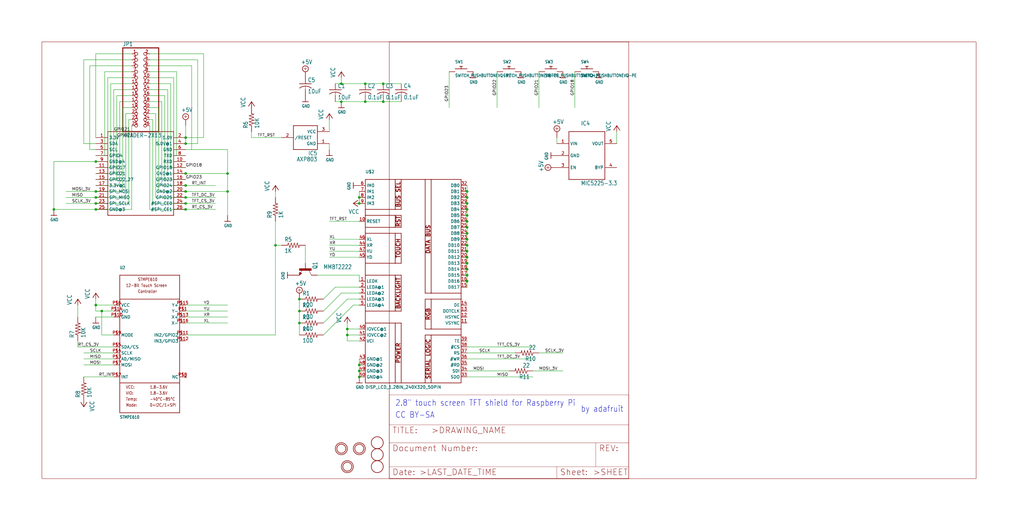
<source format=kicad_sch>
(kicad_sch (version 20211123) (generator eeschema)
  (paper "User" 434.34 224.663)
  (lib_symbols
    (symbol "schematicEagle-eagle-import:+5V" (power)
      (property "Value" "+5V" (at -1.905 3.175 0))
      (symbol "+5V_1_0"
        (pin power_in line (at 0 -2.54 90) (length 2.54) (name "+5V") (number "1"))
      )
    )
    (symbol "schematicEagle-eagle-import:-NPN-SOT23-BEC"
      (property "Reference" "T" (at -10.16 7.62 0))
      (property "Value" "-NPN-SOT23-BEC" (at -10.16 5.08 0))
      (symbol "-NPN-SOT23-BEC_1_0"
        (pin passive line (at -2.54 0 0) (length 2.54) (name "B") (number "B"))
        (pin passive line (at 2.54 5.08 270) (length 2.54) (name "C") (number "C"))
        (pin passive line (at 2.54 -5.08 90) (length 2.54) (name "E") (number "E"))
      )
    )
    (symbol "schematicEagle-eagle-import:AXP083-SAG"
      (property "Reference" "IC" (at -5.08 -7.62 0))
      (property "Value" "AXP083-SAG" (at -5.08 -10.16 0))
      (symbol "AXP083-SAG_1_0"
        (pin power_in line (at -10.16 -2.54 0) (length 5.08) (name "GND") (number "1"))
        (pin output line (at 10.16 0 180) (length 5.08) (name "/RESET") (number "2"))
        (pin power_in line (at -10.16 2.54 0) (length 5.08) (name "VCC") (number "3"))
      )
    )
    (symbol "schematicEagle-eagle-import:C-USC0805K"
      (property "Reference" "C" (at 1.016 0.635 0))
      (property "Value" "C-USC0805K" (at 1.016 -4.191 0))
      (symbol "C-USC0805K_1_0"
        (pin passive line (at 0 2.54 270) (length 2.54) (name "1") (number "1"))
        (pin passive line (at 0 -5.08 90) (length 2.54) (name "2") (number "2"))
      )
    )
    (symbol "schematicEagle-eagle-import:DISP_LCD_1.28IN_240X320_50PIN"
      (property "Value" "DISP_LCD_1.28IN_240X320_50PIN" (at -20.32 -48.26 0))
      (symbol "DISP_LCD_1.28IN_240X320_50PIN_1_0"
        (text "BACKLIGHT" (at -6.35 -7.62 900) (effects (font (size 1.6764 1.6764) (thickness 0.3353) bold)))
        (text "BUS SEL" (at -6.35 34.29 900) (effects (font (size 1.6764 1.6764) (thickness 0.3353) bold)))
        (text "DATA BUS" (at 6.35 15.24 900) (effects (font (size 1.6764 1.6764) (thickness 0.3353) bold)))
        (text "POWER" (at -6.35 -33.02 900) (effects (font (size 1.6764 1.6764) (thickness 0.3353) bold)))
        (text "RGB" (at 6.35 -16.51 900) (effects (font (size 1.6764 1.6764) (thickness 0.3353) bold)))
        (text "RST" (at -6.35 22.86 900) (effects (font (size 1.6764 1.6764) (thickness 0.3353) bold)))
        (text "SERIAL LOGIC" (at 6.35 -35.56 900) (effects (font (size 1.6764 1.6764) (thickness 0.3353) bold)))
        (text "TOUCH" (at -6.35 11.43 900) (effects (font (size 1.6764 1.6764) (thickness 0.3353) bold)))
        (pin bidirectional line (at -22.86 -2.54 0) (length 2.54) (name "LEDK") (number "1"))
        (pin bidirectional line (at -22.86 22.86 0) (length 2.54) (name "RESET") (number "10"))
        (pin bidirectional line (at 22.86 -20.32 180) (length 2.54) (name "VSYNC") (number "11"))
        (pin bidirectional line (at 22.86 -17.78 180) (length 2.54) (name "HSYNC") (number "12"))
        (pin bidirectional line (at 22.86 -15.24 180) (length 2.54) (name "DOTCLK") (number "13"))
        (pin bidirectional line (at 22.86 -12.7 180) (length 2.54) (name "DE") (number "14"))
        (pin bidirectional line (at 22.86 -5.08 180) (length 2.54) (name "DB17") (number "15"))
        (pin bidirectional line (at 22.86 -2.54 180) (length 2.54) (name "DB16") (number "16"))
        (pin bidirectional line (at 22.86 0 180) (length 2.54) (name "DB15") (number "17"))
        (pin bidirectional line (at 22.86 2.54 180) (length 2.54) (name "DB14") (number "18"))
        (pin bidirectional line (at 22.86 5.08 180) (length 2.54) (name "DB13") (number "19"))
        (pin bidirectional line (at -22.86 -5.08 0) (length 2.54) (name "LEDA@1") (number "2"))
        (pin bidirectional line (at 22.86 7.62 180) (length 2.54) (name "DB12") (number "20"))
        (pin bidirectional line (at 22.86 10.16 180) (length 2.54) (name "DB11") (number "21"))
        (pin bidirectional line (at 22.86 12.7 180) (length 2.54) (name "DB10") (number "22"))
        (pin bidirectional line (at 22.86 15.24 180) (length 2.54) (name "DB9") (number "23"))
        (pin bidirectional line (at 22.86 17.78 180) (length 2.54) (name "DB8") (number "24"))
        (pin bidirectional line (at 22.86 20.32 180) (length 2.54) (name "DB7") (number "25"))
        (pin bidirectional line (at 22.86 22.86 180) (length 2.54) (name "DB6") (number "26"))
        (pin bidirectional line (at 22.86 25.4 180) (length 2.54) (name "DB5") (number "27"))
        (pin bidirectional line (at 22.86 27.94 180) (length 2.54) (name "DB4") (number "28"))
        (pin bidirectional line (at 22.86 30.48 180) (length 2.54) (name "DB3") (number "29"))
        (pin bidirectional line (at -22.86 -7.62 0) (length 2.54) (name "LEDA@2") (number "3"))
        (pin bidirectional line (at 22.86 33.02 180) (length 2.54) (name "DB2") (number "30"))
        (pin bidirectional line (at 22.86 35.56 180) (length 2.54) (name "DB1") (number "31"))
        (pin bidirectional line (at 22.86 38.1 180) (length 2.54) (name "DB0") (number "32"))
        (pin bidirectional line (at 22.86 -43.18 180) (length 2.54) (name "SDO") (number "33"))
        (pin bidirectional line (at 22.86 -40.64 180) (length 2.54) (name "SDI") (number "34"))
        (pin bidirectional line (at 22.86 -38.1 180) (length 2.54) (name "#RD") (number "35"))
        (pin bidirectional line (at 22.86 -35.56 180) (length 2.54) (name "#WR") (number "36"))
        (pin bidirectional line (at 22.86 -33.02 180) (length 2.54) (name "RS") (number "37"))
        (pin bidirectional line (at 22.86 -30.48 180) (length 2.54) (name "#CS") (number "38"))
        (pin bidirectional line (at 22.86 -27.94 180) (length 2.54) (name "TE") (number "39"))
        (pin bidirectional line (at -22.86 -10.16 0) (length 2.54) (name "LEDA@3") (number "4"))
        (pin bidirectional line (at -22.86 -22.86 0) (length 2.54) (name "IOVCC@1") (number "40"))
        (pin bidirectional line (at -22.86 -25.4 0) (length 2.54) (name "IOVCC@2") (number "41"))
        (pin bidirectional line (at -22.86 -27.94 0) (length 2.54) (name "VCI") (number "42"))
        (pin bidirectional line (at -22.86 -35.56 0) (length 2.54) (name "GND@1") (number "43"))
        (pin bidirectional line (at -22.86 12.7 0) (length 2.54) (name "XR") (number "44"))
        (pin bidirectional line (at -22.86 7.62 0) (length 2.54) (name "YD") (number "45"))
        (pin bidirectional line (at -22.86 15.24 0) (length 2.54) (name "XL") (number "46"))
        (pin bidirectional line (at -22.86 10.16 0) (length 2.54) (name "YU") (number "47"))
        (pin bidirectional line (at -22.86 -38.1 0) (length 2.54) (name "GND@2") (number "48"))
        (pin bidirectional line (at -22.86 -40.64 0) (length 2.54) (name "GND@3") (number "49"))
        (pin bidirectional line (at -22.86 -12.7 0) (length 2.54) (name "LEDA@4") (number "5"))
        (pin bidirectional line (at -22.86 -43.18 0) (length 2.54) (name "GND@4") (number "50"))
        (pin bidirectional line (at -22.86 38.1 0) (length 2.54) (name "IM0") (number "6"))
        (pin bidirectional line (at -22.86 35.56 0) (length 2.54) (name "IM1") (number "7"))
        (pin bidirectional line (at -22.86 33.02 0) (length 2.54) (name "IM2") (number "8"))
        (pin bidirectional line (at -22.86 30.48 0) (length 2.54) (name "IM3") (number "9"))
      )
    )
    (symbol "schematicEagle-eagle-import:FIDUCIAL")
    (symbol "schematicEagle-eagle-import:GND" (power)
      (property "Value" "GND" (at -1.524 -2.54 0))
      (symbol "GND_1_0"
        (pin power_in line (at 0 2.54 270) (length 2.54) (name "GND") (number "1"))
      )
    )
    (symbol "schematicEagle-eagle-import:HEADER-2X13"
      (property "Reference" "JP" (at -8.89 18.415 0))
      (property "Value" "HEADER-2X13" (at -8.89 -20.32 0))
      (symbol "HEADER-2X13_1_0"
        (pin passive inverted (at -5.08 15.24 0) (length 2.54) (name "1") (number "1"))
        (pin passive inverted (at 2.54 5.08 180) (length 2.54) (name "10") (number "10"))
        (pin passive inverted (at -5.08 2.54 0) (length 2.54) (name "11") (number "11"))
        (pin passive inverted (at 2.54 2.54 180) (length 2.54) (name "12") (number "12"))
        (pin passive inverted (at -5.08 0 0) (length 2.54) (name "13") (number "13"))
        (pin passive inverted (at 2.54 0 180) (length 2.54) (name "14") (number "14"))
        (pin passive inverted (at -5.08 -2.54 0) (length 2.54) (name "15") (number "15"))
        (pin passive inverted (at 2.54 -2.54 180) (length 2.54) (name "16") (number "16"))
        (pin passive inverted (at -5.08 -5.08 0) (length 2.54) (name "17") (number "17"))
        (pin passive inverted (at 2.54 -5.08 180) (length 2.54) (name "18") (number "18"))
        (pin passive inverted (at -5.08 -7.62 0) (length 2.54) (name "19") (number "19"))
        (pin passive inverted (at 2.54 15.24 180) (length 2.54) (name "2") (number "2"))
        (pin passive inverted (at 2.54 -7.62 180) (length 2.54) (name "20") (number "20"))
        (pin passive inverted (at -5.08 -10.16 0) (length 2.54) (name "21") (number "21"))
        (pin passive inverted (at 2.54 -10.16 180) (length 2.54) (name "22") (number "22"))
        (pin passive inverted (at -5.08 -12.7 0) (length 2.54) (name "23") (number "23"))
        (pin passive inverted (at 2.54 -12.7 180) (length 2.54) (name "24") (number "24"))
        (pin passive inverted (at -5.08 -15.24 0) (length 2.54) (name "25") (number "25"))
        (pin passive inverted (at 2.54 -15.24 180) (length 2.54) (name "26") (number "26"))
        (pin passive inverted (at -5.08 12.7 0) (length 2.54) (name "3") (number "3"))
        (pin passive inverted (at 2.54 12.7 180) (length 2.54) (name "4") (number "4"))
        (pin passive inverted (at -5.08 10.16 0) (length 2.54) (name "5") (number "5"))
        (pin passive inverted (at 2.54 10.16 180) (length 2.54) (name "6") (number "6"))
        (pin passive inverted (at -5.08 7.62 0) (length 2.54) (name "7") (number "7"))
        (pin passive inverted (at 2.54 7.62 180) (length 2.54) (name "8") (number "8"))
        (pin passive inverted (at -5.08 5.08 0) (length 2.54) (name "9") (number "9"))
      )
    )
    (symbol "schematicEagle-eagle-import:LETTER_L"
      (symbol "LETTER_L_2_0"
        (text ">DRAWING_NAME" (at 17.78 19.05 0) (effects (font (size 2.54 2.54)) (justify left bottom)))
        (text ">LAST_DATE_TIME" (at 12.7 1.27 0) (effects (font (size 2.54 2.54)) (justify left bottom)))
        (text ">SHEET" (at 86.36 1.27 0) (effects (font (size 2.54 2.54)) (justify left bottom)))
        (text "Date:" (at 1.27 1.27 0) (effects (font (size 2.54 2.54)) (justify left bottom)))
        (text "Document Number:" (at 1.27 11.43 0) (effects (font (size 2.54 2.54)) (justify left bottom)))
        (text "REV:" (at 88.9 11.43 0) (effects (font (size 2.54 2.54)) (justify left bottom)))
        (text "Sheet:" (at 72.39 1.27 0) (effects (font (size 2.54 2.54)) (justify left bottom)))
        (text "TITLE:" (at 1.27 19.05 0) (effects (font (size 2.54 2.54)) (justify left bottom)))
      )
    )
    (symbol "schematicEagle-eagle-import:LP298XS"
      (property "Reference" "IC" (at -12.7 -5.08 90))
      (property "Value" "LP298XS" (at 12.7 -5.08 90))
      (symbol "LP298XS_1_0"
        (pin bidirectional line (at -5.08 -15.24 90) (length 5.08) (name "VIN") (number "1"))
        (pin bidirectional line (at 0 -15.24 90) (length 5.08) (name "GND") (number "2"))
        (pin bidirectional line (at 5.08 -15.24 90) (length 5.08) (name "EN") (number "3"))
        (pin bidirectional line (at 5.08 10.16 270) (length 5.08) (name "BYP") (number "4"))
        (pin bidirectional line (at -5.08 10.16 270) (length 5.08) (name "VOUT") (number "5"))
      )
    )
    (symbol "schematicEagle-eagle-import:MOUNTINGHOLE2.5_THICK")
    (symbol "schematicEagle-eagle-import:R-US_R0805"
      (property "Reference" "R" (at -3.81 1.4986 0))
      (property "Value" "R-US_R0805" (at -3.81 -3.302 0))
      (symbol "R-US_R0805_1_0"
        (pin passive line (at -5.08 0 0) (length 2.54) (name "1") (number "1"))
        (pin passive line (at 5.08 0 180) (length 2.54) (name "2") (number "2"))
      )
    )
    (symbol "schematicEagle-eagle-import:RASPBERRYPI_B_MODELB_V2"
      (symbol "RASPBERRYPI_B_MODELB_V2_1_0"
        (pin power_in line (at -17.78 15.24 0) (length 5.08) (name "3.3V") (number "1"))
        (pin input line (at 20.32 5.08 180) (length 5.08) (name "RXD") (number "10"))
        (pin bidirectional line (at -17.78 2.54 0) (length 5.08) (name "GPIO17") (number "11"))
        (pin bidirectional line (at 20.32 2.54 180) (length 5.08) (name "GPIO18") (number "12"))
        (pin bidirectional line (at -17.78 0 0) (length 5.08) (name "GPIO21") (number "13"))
        (pin power_in line (at 20.32 0 180) (length 5.08) (name "GND@1") (number "14"))
        (pin bidirectional line (at -17.78 -2.54 0) (length 5.08) (name "GPIO22_27") (number "15"))
        (pin bidirectional line (at 20.32 -2.54 180) (length 5.08) (name "GPIO23") (number "16"))
        (pin power_in line (at -17.78 -5.08 0) (length 5.08) (name "3.3V@1") (number "17"))
        (pin bidirectional line (at 20.32 -5.08 180) (length 5.08) (name "GPIO24") (number "18"))
        (pin bidirectional line (at -17.78 -7.62 0) (length 5.08) (name "SPI_MOSI") (number "19"))
        (pin power_in line (at 20.32 15.24 180) (length 5.08) (name "5.0V") (number "2"))
        (pin power_in line (at 20.32 -7.62 180) (length 5.08) (name "GND@2") (number "20"))
        (pin input line (at -17.78 -10.16 0) (length 5.08) (name "SPI_MISO") (number "21"))
        (pin bidirectional line (at 20.32 -10.16 180) (length 5.08) (name "GPIO25") (number "22"))
        (pin bidirectional line (at -17.78 -12.7 0) (length 5.08) (name "SPI_SCLK") (number "23"))
        (pin bidirectional line (at 20.32 -12.7 180) (length 5.08) (name "#SPI_CE0") (number "24"))
        (pin power_in line (at -17.78 -15.24 0) (length 5.08) (name "GND@3") (number "25"))
        (pin bidirectional line (at 20.32 -15.24 180) (length 5.08) (name "#SPI_CE1") (number "26"))
        (pin bidirectional line (at -17.78 12.7 0) (length 5.08) (name "SDA") (number "3"))
        (pin power_in line (at 20.32 12.7 180) (length 5.08) (name "5.0V@1") (number "4"))
        (pin bidirectional line (at -17.78 10.16 0) (length 5.08) (name "SCL") (number "5"))
        (pin power_in line (at 20.32 10.16 180) (length 5.08) (name "GND") (number "6"))
        (pin bidirectional line (at -17.78 7.62 0) (length 5.08) (name "GPIO4") (number "7"))
        (pin output line (at 20.32 7.62 180) (length 5.08) (name "TXD") (number "8"))
        (pin power_in line (at -17.78 5.08 0) (length 5.08) (name "GND@4") (number "9"))
      )
    )
    (symbol "schematicEagle-eagle-import:STMPE610"
      (property "Reference" "U" (at -12.7 33.02 0))
      (property "Value" "STMPE610" (at -12.7 -30.48 0))
      (symbol "STMPE610_1_0"
        (text "-40°C-85°C" (at 0 -22.86 0) (effects (font (size 1.27 1.0795)) (justify left bottom)))
        (text "0=I2C/1=SPI" (at 0 -25.4 0) (effects (font (size 1.27 1.0795)) (justify left bottom)))
        (text "1.8-3.6V" (at 0 -20.32 0) (effects (font (size 1.27 1.0795)) (justify left bottom)))
        (text "1.8-3.6V" (at 0 -17.78 0) (effects (font (size 1.27 1.0795)) (justify left bottom)))
        (text "12-Bit Touch Screen" (at -10.16 25.4 0) (effects (font (size 1.27 1.0795)) (justify left bottom)))
        (text "Controller" (at -5.08 22.86 0) (effects (font (size 1.27 1.0795)) (justify left bottom)))
        (text "Mode:" (at -10.16 -25.4 0) (effects (font (size 1.27 1.0795)) (justify left bottom)))
        (text "STMPE610" (at -5.08 27.94 0) (effects (font (size 1.27 1.0795)) (justify left bottom)))
        (text "Temp:" (at -10.16 -22.86 0) (effects (font (size 1.27 1.0795)) (justify left bottom)))
        (text "VCC:" (at -10.16 -17.78 0) (effects (font (size 1.27 1.0795)) (justify left bottom)))
        (text "VIO:" (at -10.16 -20.32 0) (effects (font (size 1.27 1.0795)) (justify left bottom)))
        (pin input line (at 15.24 15.24 180) (length 2.54) (name "Y-") (number "P$1"))
        (pin power_in line (at -15.24 12.7 0) (length 2.54) (name "GND") (number "P$10"))
        (pin bidirectional line (at 15.24 5.08 180) (length 2.54) (name "IN2/GPIO2") (number "P$11"))
        (pin bidirectional line (at 15.24 2.54 180) (length 2.54) (name "IN3/GPIO3") (number "P$12"))
        (pin input line (at 15.24 12.7 180) (length 2.54) (name "X+") (number "P$13"))
        (pin power_in line (at -15.24 15.24 0) (length 2.54) (name "VIO") (number "P$14"))
        (pin input line (at 15.24 17.78 180) (length 2.54) (name "Y+") (number "P$15"))
        (pin input line (at 15.24 10.16 180) (length 2.54) (name "X-") (number "P$16"))
        (pin output line (at -15.24 -12.7 0) (length 2.54) (name "INT") (number "P$2"))
        (pin bidirectional line (at -15.24 -5.08 0) (length 2.54) (name "A0/MISO") (number "P$3"))
        (pin bidirectional line (at -15.24 -2.54 0) (length 2.54) (name "SCLK") (number "P$4"))
        (pin bidirectional line (at -15.24 0 0) (length 2.54) (name "SDA/CS") (number "P$5"))
        (pin power_in line (at -15.24 17.78 0) (length 2.54) (name "VCC") (number "P$6"))
        (pin input line (at -15.24 -7.62 0) (length 2.54) (name "MOSI") (number "P$7"))
        (pin no_connect line (at 15.24 -12.7 180) (length 2.54) (name "NC") (number "P$8"))
        (pin input line (at -15.24 5.08 0) (length 2.54) (name "MODE") (number "P$9"))
      )
    )
    (symbol "schematicEagle-eagle-import:SWITCH_PUSHBUTTONEVQ-PE"
      (property "Reference" "SW" (at -2.54 3.556 0))
      (property "Value" "SWITCH_PUSHBUTTONEVQ-PE" (at -2.54 -2.286 0))
      (symbol "SWITCH_PUSHBUTTONEVQ-PE_1_0"
        (pin passive line (at -5.08 0 0) (length 2.54) (name "P$1") (number "P$1"))
        (pin passive line (at 5.08 0 180) (length 2.54) (name "P$2") (number "P$2"))
      )
    )
    (symbol "schematicEagle-eagle-import:VCC" (power)
      (property "Value" "VCC" (at -2.54 -2.54 90))
      (symbol "VCC_1_0"
        (pin power_in line (at 0 -2.54 90) (length 2.54) (name "VCC") (number "1"))
      )
    )
  )
  (junction (at 147.32 142.24))
  (junction (at 198.12 83.82))
  (junction (at 40.64 83.82))
  (junction (at 127 127))
  (junction (at 40.64 86.36))
  (junction (at 198.12 101.6))
  (junction (at 198.12 104.14))
  (junction (at 96.52 73.66))
  (junction (at 152.4 154.94))
  (junction (at 154.94 35.56))
  (junction (at 78.74 58.42))
  (junction (at 152.4 157.48))
  (junction (at 198.12 88.9))
  (junction (at 198.12 116.84))
  (junction (at 152.4 83.82))
  (junction (at 40.64 81.28))
  (junction (at 162.56 35.56))
  (junction (at 127 137.16))
  (junction (at 154.94 43.18))
  (junction (at 78.74 83.82))
  (junction (at 78.74 86.36))
  (junction (at 198.12 91.44))
  (junction (at 152.4 160.02))
  (junction (at 144.78 35.56))
  (junction (at 144.78 43.18))
  (junction (at 198.12 111.76))
  (junction (at 43.18 132.08))
  (junction (at 116.84 104.14))
  (junction (at 40.64 129.54))
  (junction (at 162.56 43.18))
  (junction (at 198.12 99.06))
  (junction (at 198.12 96.52))
  (junction (at 127 132.08))
  (junction (at 40.64 88.9))
  (junction (at 96.52 81.28))
  (junction (at 22.86 88.9))
  (junction (at 198.12 119.38))
  (junction (at 152.4 86.36))
  (junction (at 198.12 81.28))
  (junction (at 78.74 73.66))
  (junction (at 147.32 139.7))
  (junction (at 78.74 60.96))
  (junction (at 40.64 68.58))
  (junction (at 78.74 78.74))
  (junction (at 78.74 81.28))
  (junction (at 198.12 86.36))
  (junction (at 198.12 114.3))
  (junction (at 198.12 106.68))
  (junction (at 78.74 88.9))
  (junction (at 198.12 109.22))
  (junction (at 198.12 93.98))
  (wire (pts (xy 119.38 58.42) (xy 106.68 58.42)))
  (wire (pts (xy 46.99 71.12) (xy 46.99 35.56)))
  (wire (pts (xy 40.64 86.36) (xy 54.61 86.36)))
  (wire (pts (xy 40.64 81.28) (xy 52.07 81.28)))
  (wire (pts (xy 40.64 83.82) (xy 53.34 83.82)))
  (wire (pts (xy 162.56 43.18) (xy 154.94 43.18)))
  (wire (pts (xy 149.86 129.54) (xy 152.4 129.54)))
  (wire (pts (xy 152.4 101.6) (xy 139.7 101.6)))
  (wire (pts (xy 147.32 142.24) (xy 147.32 139.7)))
  (wire (pts (xy 69.85 76.2) (xy 69.85 40.64)))
  (wire (pts (xy 198.12 114.3) (xy 198.12 116.84)))
  (wire (pts (xy 83.82 60.96) (xy 83.82 25.4)))
  (wire (pts (xy 81.28 27.94) (xy 81.28 63.5)))
  (wire (pts (xy 198.12 96.52) (xy 198.12 99.06)))
  (wire (pts (xy 43.18 142.24) (xy 43.18 132.08)))
  (wire (pts (xy 52.07 81.28) (xy 52.07 45.72)))
  (wire (pts (xy 40.64 58.42) (xy 40.64 22.86)))
  (wire (pts (xy 35.56 25.4) (xy 55.88 25.4)))
  (wire (pts (xy 127 137.16) (xy 127 142.24)))
  (wire (pts (xy 170.18 43.18) (xy 162.56 43.18)))
  (wire (pts (xy 147.32 144.78) (xy 152.4 144.78)))
  (wire (pts (xy 198.12 147.32) (xy 226.06 147.32)))
  (wire (pts (xy 40.64 86.36) (xy 27.94 86.36)))
  (wire (pts (xy 66.04 48.26) (xy 66.04 83.82)))
  (wire (pts (xy 78.74 58.42) (xy 78.74 60.96)))
  (wire (pts (xy 154.94 35.56) (xy 162.56 35.56)))
  (wire (pts (xy 63.5 22.86) (xy 86.36 22.86)))
  (wire (pts (xy 139.7 60.96) (xy 139.7 63.5)))
  (wire (pts (xy 198.12 157.48) (xy 215.9 157.48)))
  (wire (pts (xy 228.6 149.86) (xy 238.76 149.86)))
  (wire (pts (xy 154.94 35.56) (xy 144.78 35.56)))
  (wire (pts (xy 96.52 73.66) (xy 96.52 81.28)))
  (wire (pts (xy 78.74 132.08) (xy 96.52 132.08)))
  (wire (pts (xy 78.74 88.9) (xy 91.44 88.9)))
  (wire (pts (xy 40.64 76.2) (xy 49.53 76.2)))
  (wire (pts (xy 40.64 127) (xy 40.64 129.54)))
  (wire (pts (xy 198.12 160.02) (xy 226.06 160.02)))
  (wire (pts (xy 35.56 149.86) (xy 48.26 149.86)))
  (wire (pts (xy 198.12 101.6) (xy 198.12 104.14)))
  (wire (pts (xy 54.61 86.36) (xy 54.61 50.8)))
  (wire (pts (xy 190.5 30.48) (xy 190.5 45.72)))
  (wire (pts (xy 35.56 152.4) (xy 48.26 152.4)))
  (wire (pts (xy 40.64 78.74) (xy 50.8 78.74)))
  (wire (pts (xy 40.64 68.58) (xy 45.72 68.58)))
  (wire (pts (xy 147.32 144.78) (xy 147.32 142.24)))
  (wire (pts (xy 78.74 142.24) (xy 116.84 142.24)))
  (wire (pts (xy 152.4 152.4) (xy 152.4 154.94)))
  (wire (pts (xy 48.26 142.24) (xy 43.18 142.24)))
  (wire (pts (xy 63.5 27.94) (xy 81.28 27.94)))
  (wire (pts (xy 74.93 66.04) (xy 74.93 30.48)))
  (wire (pts (xy 50.8 43.18) (xy 55.88 43.18)))
  (wire (pts (xy 78.74 66.04) (xy 74.93 66.04)))
  (wire (pts (xy 144.78 35.56) (xy 142.24 35.56)))
  (wire (pts (xy 40.64 129.54) (xy 40.64 132.08)))
  (wire (pts (xy 40.64 60.96) (xy 35.56 60.96)))
  (wire (pts (xy 64.77 50.8) (xy 63.5 50.8)))
  (wire (pts (xy 40.64 81.28) (xy 27.94 81.28)))
  (wire (pts (xy 116.84 93.98) (xy 116.84 104.14)))
  (wire (pts (xy 152.4 104.14) (xy 139.7 104.14)))
  (wire (pts (xy 134.62 116.84) (xy 152.4 116.84)))
  (wire (pts (xy 71.12 73.66) (xy 78.74 73.66)))
  (wire (pts (xy 198.12 91.44) (xy 198.12 93.98)))
  (wire (pts (xy 78.74 129.54) (xy 96.52 129.54)))
  (wire (pts (xy 78.74 83.82) (xy 91.44 83.82)))
  (wire (pts (xy 198.12 83.82) (xy 198.12 86.36)))
  (wire (pts (xy 198.12 109.22) (xy 198.12 111.76)))
  (wire (pts (xy 116.84 142.24) (xy 116.84 104.14)))
  (wire (pts (xy 54.61 50.8) (xy 55.88 50.8)))
  (wire (pts (xy 236.22 58.42) (xy 236.22 60.96)))
  (wire (pts (xy 44.45 30.48) (xy 55.88 30.48)))
  (wire (pts (xy 198.12 88.9) (xy 198.12 91.44)))
  (wire (pts (xy 48.26 160.02) (xy 35.56 160.02)))
  (wire (pts (xy 53.34 83.82) (xy 53.34 48.26)))
  (wire (pts (xy 198.12 149.86) (xy 218.44 149.86)))
  (wire (pts (xy 198.12 152.4) (xy 226.06 152.4)))
  (wire (pts (xy 33.02 147.32) (xy 33.02 144.78)))
  (wire (pts (xy 45.72 68.58) (xy 45.72 33.02)))
  (wire (pts (xy 116.84 81.28) (xy 116.84 83.82)))
  (wire (pts (xy 35.56 60.96) (xy 35.56 25.4)))
  (wire (pts (xy 226.06 157.48) (xy 238.76 157.48)))
  (wire (pts (xy 40.64 66.04) (xy 44.45 66.04)))
  (wire (pts (xy 139.7 106.68) (xy 152.4 106.68)))
  (wire (pts (xy 40.64 88.9) (xy 55.88 88.9)))
  (wire (pts (xy 78.74 76.2) (xy 69.85 76.2)))
  (wire (pts (xy 198.12 116.84) (xy 198.12 119.38)))
  (wire (pts (xy 96.52 81.28) (xy 96.52 91.44)))
  (wire (pts (xy 152.4 142.24) (xy 147.32 142.24)))
  (wire (pts (xy 198.12 81.28) (xy 198.12 83.82)))
  (wire (pts (xy 64.77 86.36) (xy 64.77 50.8)))
  (wire (pts (xy 152.4 83.82) (xy 152.4 86.36)))
  (wire (pts (xy 86.36 22.86) (xy 86.36 58.42)))
  (wire (pts (xy 210.82 30.48) (xy 210.82 45.72)))
  (wire (pts (xy 46.99 35.56) (xy 55.88 35.56)))
  (wire (pts (xy 53.34 48.26) (xy 55.88 48.26)))
  (wire (pts (xy 33.02 134.62) (xy 33.02 129.54)))
  (wire (pts (xy 147.32 139.7) (xy 147.32 137.16)))
  (wire (pts (xy 22.86 68.58) (xy 22.86 88.9)))
  (wire (pts (xy 48.26 154.94) (xy 35.56 154.94)))
  (wire (pts (xy 63.5 43.18) (xy 68.58 43.18)))
  (wire (pts (xy 142.24 121.92) (xy 152.4 121.92)))
  (wire (pts (xy 78.74 81.28) (xy 96.52 81.28)))
  (wire (pts (xy 78.74 137.16) (xy 96.52 137.16)))
  (wire (pts (xy 127 132.08) (xy 127 137.16)))
  (wire (pts (xy 78.74 73.66) (xy 96.52 73.66)))
  (wire (pts (xy 43.18 132.08) (xy 40.64 132.08)))
  (wire (pts (xy 243.84 30.48) (xy 243.84 45.72)))
  (wire (pts (xy 72.39 71.12) (xy 72.39 35.56)))
  (wire (pts (xy 73.66 68.58) (xy 78.74 68.58)))
  (wire (pts (xy 137.16 132.08) (xy 144.78 124.46)))
  (wire (pts (xy 55.88 88.9) (xy 55.88 53.34)))
  (wire (pts (xy 144.78 33.02) (xy 144.78 35.56)))
  (wire (pts (xy 63.5 88.9) (xy 78.74 88.9)))
  (wire (pts (xy 198.12 104.14) (xy 198.12 106.68)))
  (wire (pts (xy 86.36 58.42) (xy 78.74 58.42)))
  (wire (pts (xy 137.16 142.24) (xy 149.86 129.54)))
  (wire (pts (xy 72.39 35.56) (xy 63.5 35.56)))
  (wire (pts (xy 144.78 124.46) (xy 152.4 124.46)))
  (wire (pts (xy 139.7 55.88) (xy 139.7 50.8)))
  (wire (pts (xy 48.26 132.08) (xy 43.18 132.08)))
  (wire (pts (xy 106.68 58.42) (xy 106.68 55.88)))
  (wire (pts (xy 71.12 38.1) (xy 71.12 73.66)))
  (wire (pts (xy 68.58 78.74) (xy 78.74 78.74)))
  (wire (pts (xy 147.32 127) (xy 152.4 127)))
  (wire (pts (xy 63.5 48.26) (xy 66.04 48.26)))
  (wire (pts (xy 198.12 106.68) (xy 198.12 109.22)))
  (wire (pts (xy 73.66 33.02) (xy 73.66 68.58)))
  (wire (pts (xy 162.56 35.56) (xy 170.18 35.56)))
  (wire (pts (xy 198.12 93.98) (xy 198.12 96.52)))
  (wire (pts (xy 38.1 27.94) (xy 55.88 27.94)))
  (wire (pts (xy 40.64 71.12) (xy 46.99 71.12)))
  (wire (pts (xy 66.04 83.82) (xy 78.74 83.82)))
  (wire (pts (xy 78.74 78.74) (xy 91.44 78.74)))
  (wire (pts (xy 129.54 104.14) (xy 129.54 111.76)))
  (wire (pts (xy 38.1 63.5) (xy 38.1 27.94)))
  (wire (pts (xy 78.74 53.34) (xy 78.74 58.42)))
  (wire (pts (xy 152.4 116.84) (xy 152.4 119.38)))
  (wire (pts (xy 142.24 43.18) (xy 144.78 43.18)))
  (wire (pts (xy 144.78 43.18) (xy 154.94 43.18)))
  (wire (pts (xy 40.64 88.9) (xy 22.86 88.9)))
  (wire (pts (xy 67.31 45.72) (xy 63.5 45.72)))
  (wire (pts (xy 49.53 40.64) (xy 55.88 40.64)))
  (wire (pts (xy 49.53 76.2) (xy 49.53 40.64)))
  (wire (pts (xy 40.64 129.54) (xy 48.26 129.54)))
  (wire (pts (xy 52.07 45.72) (xy 55.88 45.72)))
  (wire (pts (xy 48.26 38.1) (xy 55.88 38.1)))
  (wire (pts (xy 228.6 30.48) (xy 228.6 45.72)))
  (wire (pts (xy 78.74 134.62) (xy 96.52 134.62)))
  (wire (pts (xy 198.12 99.06) (xy 198.12 101.6)))
  (wire (pts (xy 198.12 111.76) (xy 198.12 114.3)))
  (wire (pts (xy 152.4 157.48) (xy 152.4 160.02)))
  (wire (pts (xy 68.58 43.18) (xy 68.58 78.74)))
  (wire (pts (xy 198.12 119.38) (xy 198.12 121.92)))
  (wire (pts (xy 96.52 63.5) (xy 96.52 73.66)))
  (wire (pts (xy 48.26 73.66) (xy 48.26 38.1)))
  (wire (pts (xy 78.74 60.96) (xy 83.82 60.96)))
  (wire (pts (xy 63.5 33.02) (xy 73.66 33.02)))
  (wire (pts (xy 69.85 40.64) (xy 63.5 40.64)))
  (wire (pts (xy 40.64 73.66) (xy 48.26 73.66)))
  (wire (pts (xy 40.64 134.62) (xy 48.26 134.62)))
  (wire (pts (xy 50.8 78.74) (xy 50.8 43.18)))
  (wire (pts (xy 261.62 55.88) (xy 261.62 60.96)))
  (wire (pts (xy 198.12 86.36) (xy 198.12 88.9)))
  (wire (pts (xy 40.64 83.82) (xy 27.94 83.82)))
  (wire (pts (xy 152.4 109.22) (xy 139.7 109.22)))
  (wire (pts (xy 147.32 139.7) (xy 152.4 139.7)))
  (wire (pts (xy 33.02 147.32) (xy 48.26 147.32)))
  (wire (pts (xy 198.12 78.74) (xy 198.12 81.28)))
  (wire (pts (xy 78.74 81.28) (xy 67.31 81.28)))
  (wire (pts (xy 63.5 53.34) (xy 63.5 88.9)))
  (wire (pts (xy 44.45 66.04) (xy 44.45 30.48)))
  (wire (pts (xy 45.72 33.02) (xy 55.88 33.02)))
  (wire (pts (xy 152.4 154.94) (xy 152.4 157.48)))
  (wire (pts (xy 67.31 81.28) (xy 67.31 45.72)))
  (wire (pts (xy 63.5 38.1) (xy 71.12 38.1)))
  (wire (pts (xy 152.4 81.28) (xy 152.4 83.82)))
  (wire (pts (xy 78.74 86.36) (xy 64.77 86.36)))
  (wire (pts (xy 40.64 68.58) (xy 22.86 68.58)))
  (wire (pts (xy 78.74 71.12) (xy 72.39 71.12)))
  (wire (pts (xy 78.74 63.5) (xy 96.52 63.5)))
  (wire (pts (xy 137.16 137.16) (xy 147.32 127)))
  (wire (pts (xy 116.84 104.14) (xy 119.38 104.14)))
  (wire (pts (xy 127 127) (xy 127 132.08)))
  (wire (pts (xy 74.93 30.48) (xy 63.5 30.48)))
  (wire (pts (xy 137.16 127) (xy 142.24 121.92)))
  (wire (pts (xy 40.64 63.5) (xy 38.1 63.5)))
  (wire (pts (xy 78.74 86.36) (xy 91.44 86.36)))
  (wire (pts (xy 83.82 25.4) (xy 63.5 25.4)))
  (wire (pts (xy 152.4 93.98) (xy 139.7 93.98)))
  (wire (pts (xy 40.64 22.86) (xy 55.88 22.86)))
  (text "CC BY-SA" (at 167.64 177.8 180) (effects (font (size 2.54 2.159)) (justify left bottom)))
  (text "2.8\" touch screen TFT shield for Raspberry Pi" (at 167.64 172.72 180) (effects (font (size 2.54 2.159)) (justify left bottom)))
  (text "by adafruit~{}" (at 246.38 175.26 180) (effects (font (size 2.54 2.159)) (justify left bottom)))
  (label "XR" (at 86.36 134.62 0) (effects (font (size 1.2446 1.2446))))
  (label "YU" (at 139.7 106.68 0) (effects (font (size 1.2446 1.2446))))
  (label "GPIO18" (at 243.84 40.64 90) (effects (font (size 1.2446 1.2446))))
  (label "GPIO23" (at 78.74 76.2 0) (effects (font (size 1.2446 1.2446))))
  (label "TFT_RST" (at 109.22 58.42 0) (effects (font (size 1.2446 1.2446))))
  (label "MISO" (at 30.48 83.82 0) (effects (font (size 1.2446 1.2446))))
  (label "MOSI" (at 38.1 154.94 0) (effects (font (size 1.2446 1.2446))))
  (label "MOSI_3V" (at 30.48 81.28 0) (effects (font (size 1.2446 1.2446))))
  (label "TFT_CS_3V" (at 210.82 147.32 0) (effects (font (size 1.2446 1.2446))))
  (label "GPIO22" (at 210.82 40.64 90) (effects (font (size 1.2446 1.2446))))
  (label "XL" (at 139.7 101.6 0) (effects (font (size 1.2446 1.2446))))
  (label "SCLK" (at 38.1 149.86 0) (effects (font (size 1.2446 1.2446))))
  (label "RT_INT" (at 81.28 78.74 0) (effects (font (size 1.2446 1.2446))))
  (label "XL" (at 86.36 137.16 0) (effects (font (size 1.2446 1.2446))))
  (label "RT_CS_3V" (at 81.28 88.9 0) (effects (font (size 1.2446 1.2446))))
  (label "XR" (at 139.7 104.14 0) (effects (font (size 1.2446 1.2446))))
  (label "YD" (at 86.36 129.54 0) (effects (font (size 1.2446 1.2446))))
  (label "YD" (at 139.7 109.22 0) (effects (font (size 1.2446 1.2446))))
  (label "GPIO23" (at 190.5 43.18 90) (effects (font (size 1.2446 1.2446))))
  (label "SCLK_3V" (at 30.48 86.36 0) (effects (font (size 1.2446 1.2446))))
  (label "SCLK" (at 203.2 149.86 0) (effects (font (size 1.2446 1.2446))))
  (label "GPIO21" (at 48.26 55.88 0) (effects (font (size 1.2446 1.2446))))
  (label "TFT_DC_3V" (at 210.82 152.4 0) (effects (font (size 1.2446 1.2446))))
  (label "RT_CS_3V" (at 33.02 147.32 0) (effects (font (size 1.2446 1.2446))))
  (label "SCLK_3V" (at 231.14 149.86 0) (effects (font (size 1.2446 1.2446))))
  (label "GPIO18" (at 78.74 71.12 0) (effects (font (size 1.2446 1.2446))))
  (label "MOSI" (at 200.66 157.48 0) (effects (font (size 1.2446 1.2446))))
  (label "GPIO21" (at 228.6 40.64 90) (effects (font (size 1.2446 1.2446))))
  (label "RT_INT" (at 41.91 160.02 0) (effects (font (size 1.2446 1.2446))))
  (label "MISO" (at 38.1 152.4 0) (effects (font (size 1.2446 1.2446))))
  (label "YU" (at 86.36 132.08 0) (effects (font (size 1.2446 1.2446))))
  (label "TFT_RST" (at 139.7 93.98 0) (effects (font (size 1.2446 1.2446))))
  (label "MISO" (at 210.82 160.02 0) (effects (font (size 1.2446 1.2446))))
  (label "TFT_CS_3V" (at 81.28 86.36 0) (effects (font (size 1.2446 1.2446))))
  (label "GPIO22" (at 49.53 58.42 0) (effects (font (size 1.2446 1.2446))))
  (label "TFT_DC_3V" (at 81.28 83.82 0) (effects (font (size 1.2446 1.2446))))
  (label "MOSI_3V" (at 228.6 157.48 0) (effects (font (size 1.2446 1.2446))))
  (symbol (lib_id "schematicEagle-eagle-import:MOUNTINGHOLE2.5_THICK") (at 147.32 198.12 0) (unit 1)
    (property "Reference" "U$17" (effects hide))
    (property "Value" "MOUNTINGHOLE2.5_THICK" (effects hide))
    (property "Footprint" "schematicEagle:MOUNTINGHOLE_2.5_PLATED_THICK" (effects hide))
    (property "Value" "MOUNTINGHOLE2.5_THICK" (effects hide))
  )
  (symbol (lib_id "schematicEagle-eagle-import:R-US_R0805") (at 132.08 127 0) (unit 1)
    (property "Reference" "R1" (at 128.27 125.5014 0) (effects (font (size 1.778 1.5113)) (justify left bottom)))
    (property "Value" "100" (at 128.27 130.302 0) (effects (font (size 1.778 1.5113)) (justify left bottom)))
    (property "Footprint" "schematicEagle:R0805" (effects hide))
  )
  (symbol (lib_id "schematicEagle-eagle-import:MOUNTINGHOLE2.5_THICK") (at 144.78 190.5 0) (unit 1)
    (property "Reference" "U$16" (effects hide))
    (property "Value" "MOUNTINGHOLE2.5_THICK" (effects hide))
    (property "Footprint" "schematicEagle:MOUNTINGHOLE_2.5_PLATED_THICK" (effects hide))
  )
  (symbol (lib_id "schematicEagle-eagle-import:+5V") (at 236.22 55.88 0) (unit 1)
    (property "Reference" "#SUPPLY2" (effects hide))
    (property "Value" "+5V" (at 234.315 52.705 0) (effects (font (size 1.778 1.5113)) (justify left bottom)))
    (property "Footprint" "schematicEagle:" (effects hide))
  )
  (symbol (lib_id "schematicEagle-eagle-import:GND") (at 139.7 66.04 0) (unit 1)
    (property "Reference" "#U$14" (effects hide))
    (property "Value" "GND" (at 138.176 68.58 0) (effects (font (size 1.27 1.0795)) (justify left bottom)))
    (property "Footprint" "schematicEagle:" (effects hide))
  )
  (symbol (lib_id "schematicEagle-eagle-import:LP298XS") (at 251.46 66.04 270) (unit 1)
    (property "Reference" "IC4" (at 246.38 53.34 90) (effects (font (size 1.778 1.5113)) (justify left bottom)))
    (property "Value" "MIC5225-3.3" (at 246.38 78.74 90) (effects (font (size 1.778 1.5113)) (justify left bottom)))
    (property "Footprint" "schematicEagle:SOT23-5L" (effects hide))
  )
  (symbol (lib_id "schematicEagle-eagle-import:GND") (at 144.78 45.72 0) (unit 1)
    (property "Reference" "#U$5" (effects hide))
    (property "Value" "GND" (at 143.256 48.26 0) (effects (font (size 1.27 1.0795)) (justify left bottom)))
    (property "Footprint" "schematicEagle:" (effects hide))
  )
  (symbol (lib_id "schematicEagle-eagle-import:GND") (at 238.76 33.02 0) (unit 1)
    (property "Reference" "#U$21" (effects hide))
    (property "Value" "GND" (at 237.236 35.56 0) (effects (font (size 1.27 1.0795)) (justify left bottom)))
    (property "Footprint" "schematicEagle:" (effects hide))
  )
  (symbol (lib_id "schematicEagle-eagle-import:R-US_R0805") (at 223.52 149.86 180) (unit 1)
    (property "Reference" "R10" (at 227.33 151.3586 0) (effects (font (size 1.778 1.5113)) (justify left bottom)))
    (property "Value" "22" (at 227.33 146.558 0) (effects (font (size 1.778 1.5113)) (justify left bottom)))
    (property "Footprint" "schematicEagle:R0805" (effects hide))
  )
  (symbol (lib_id "schematicEagle-eagle-import:GND") (at 233.68 66.04 270) (unit 1)
    (property "Reference" "#U$4" (effects hide))
    (property "Value" "GND" (at 231.14 64.516 0) (effects (font (size 1.27 1.0795)) (justify left bottom)))
    (property "Footprint" "schematicEagle:" (effects hide))
  )
  (symbol (lib_id "schematicEagle-eagle-import:DISP_LCD_1.28IN_240X320_50PIN") (at 175.26 116.84 0) (unit 1)
    (property "Reference" "U$2" (at 154.94 73.66 0) (effects (justify left bottom)))
    (property "Value" "DISP_LCD_1.28IN_240X320_50PIN" (at 154.94 165.1 0) (effects (justify left bottom)))
    (property "Footprint" "schematicEagle:TFT_2.83IN_240X320_50PIN" (effects hide))
  )
  (symbol (lib_id "schematicEagle-eagle-import:LETTER_L") (at 165.1 203.2 0) (unit 2)
    (property "Reference" "#FRAME1" (effects hide))
    (property "Value" "LETTER_L" (effects hide))
    (property "Footprint" "schematicEagle:" (effects hide))
  )
  (symbol (lib_id "schematicEagle-eagle-import:C-USC0805K") (at 162.56 38.1 0) (unit 1)
    (property "Reference" "C3" (at 163.576 37.465 0) (effects (font (size 1.778 1.5113)) (justify left bottom)))
    (property "Value" "0.1uF" (at 163.576 42.291 0) (effects (font (size 1.778 1.5113)) (justify left bottom)))
    (property "Footprint" "schematicEagle:C0805K" (effects hide))
  )
  (symbol (lib_id "schematicEagle-eagle-import:R-US_R0805") (at 116.84 88.9 90) (unit 1)
    (property "Reference" "R9" (at 115.3414 92.71 0) (effects (font (size 1.778 1.5113)) (justify left bottom)))
    (property "Value" "1K" (at 120.142 92.71 0) (effects (font (size 1.778 1.5113)) (justify left bottom)))
    (property "Footprint" "schematicEagle:R0805" (effects hide))
  )
  (symbol (lib_id "schematicEagle-eagle-import:R-US_R0805") (at 132.08 137.16 0) (unit 1)
    (property "Reference" "R3" (at 128.27 135.6614 0) (effects (font (size 1.778 1.5113)) (justify left bottom)))
    (property "Value" "100" (at 128.27 140.462 0) (effects (font (size 1.778 1.5113)) (justify left bottom)))
    (property "Footprint" "schematicEagle:R0805" (effects hide))
  )
  (symbol (lib_id "schematicEagle-eagle-import:-NPN-SOT23-BEC") (at 129.54 114.3 270) (unit 1)
    (property "Reference" "Q1" (at 134.62 114.3 0) (effects (font (size 1.778 1.5113)) (justify right top)))
    (property "Value" "MMBT2222" (at 137.16 114.3 90) (effects (font (size 1.778 1.5113)) (justify left bottom)))
    (property "Footprint" "schematicEagle:SOT23-BEC" (effects hide))
  )
  (symbol (lib_id "schematicEagle-eagle-import:VCC") (at 40.64 124.46 0) (unit 1)
    (property "Reference" "#P+7" (effects hide))
    (property "Value" "VCC" (at 38.1 127 90) (effects (font (size 1.778 1.5113)) (justify left bottom)))
    (property "Footprint" "schematicEagle:" (effects hide))
  )
  (symbol (lib_id "schematicEagle-eagle-import:VCC") (at 33.02 127 0) (unit 1)
    (property "Reference" "#P+10" (effects hide))
    (property "Value" "VCC" (at 30.48 129.54 90) (effects (font (size 1.778 1.5113)) (justify left bottom)))
    (property "Footprint" "schematicEagle:" (effects hide))
  )
  (symbol (lib_id "schematicEagle-eagle-import:VCC") (at 35.56 172.72 180) (unit 1)
    (property "Reference" "#P+8" (effects hide))
    (property "Value" "VCC" (at 38.1 170.18 90) (effects (font (size 1.778 1.5113)) (justify left bottom)))
    (property "Footprint" "schematicEagle:" (effects hide))
  )
  (symbol (lib_id "schematicEagle-eagle-import:GND") (at 220.98 33.02 0) (unit 1)
    (property "Reference" "#U$20" (effects hide))
    (property "Value" "GND" (at 219.456 35.56 0) (effects (font (size 1.27 1.0795)) (justify left bottom)))
    (property "Footprint" "schematicEagle:" (effects hide))
  )
  (symbol (lib_id "schematicEagle-eagle-import:VCC") (at 116.84 78.74 0) (unit 1)
    (property "Reference" "#P+4" (effects hide))
    (property "Value" "VCC" (at 114.3 81.28 90) (effects (font (size 1.778 1.5113)) (justify left bottom)))
    (property "Footprint" "schematicEagle:" (effects hide))
  )
  (symbol (lib_id "schematicEagle-eagle-import:VCC") (at 261.62 53.34 0) (unit 1)
    (property "Reference" "#P+5" (effects hide))
    (property "Value" "VCC" (at 259.08 55.88 90) (effects (font (size 1.778 1.5113)) (justify left bottom)))
    (property "Footprint" "schematicEagle:" (effects hide))
  )
  (symbol (lib_id "schematicEagle-eagle-import:FIDUCIAL") (at 160.02 187.96 0) (unit 1)
    (property "Reference" "U$10" (effects hide))
    (property "Value" "FIDUCIAL" (effects hide))
    (property "Footprint" "schematicEagle:FIDUCIAL_1MM" (effects hide))
  )
  (symbol (lib_id "schematicEagle-eagle-import:GND") (at 96.52 93.98 0) (unit 1)
    (property "Reference" "#U$9" (effects hide))
    (property "Value" "GND" (at 94.996 96.52 0) (effects (font (size 1.27 1.0795)) (justify left bottom)))
    (property "Footprint" "schematicEagle:" (effects hide))
  )
  (symbol (lib_id "schematicEagle-eagle-import:+5V") (at 233.68 71.12 90) (unit 1)
    (property "Reference" "#SUPPLY3" (effects hide))
    (property "Value" "+5V" (at 230.505 73.025 0) (effects (font (size 1.778 1.5113)) (justify left bottom)))
    (property "Footprint" "schematicEagle:" (effects hide))
  )
  (symbol (lib_id "schematicEagle-eagle-import:VCC") (at 144.78 30.48 0) (unit 1)
    (property "Reference" "#P+6" (effects hide))
    (property "Value" "VCC" (at 142.24 33.02 90) (effects (font (size 1.778 1.5113)) (justify left bottom)))
    (property "Footprint" "schematicEagle:" (effects hide))
  )
  (symbol (lib_id "schematicEagle-eagle-import:SWITCH_PUSHBUTTONEVQ-PE") (at 215.9 30.48 0) (unit 1)
    (property "Reference" "SW2" (at 213.36 26.924 0) (effects (font (size 1.27 1.0795)) (justify left bottom)))
    (property "Value" "SWITCH_PUSHBUTTONEVQ-PE" (at 213.36 32.766 0) (effects (font (size 1.27 1.0795)) (justify left bottom)))
    (property "Footprint" "schematicEagle:TACT_PANA-EVQ" (effects hide))
  )
  (symbol (lib_id "schematicEagle-eagle-import:AXP083-SAG") (at 129.54 58.42 0) (mirror y) (unit 1)
    (property "Reference" "IC5" (at 134.62 66.04 0) (effects (font (size 1.778 1.5113)) (justify left bottom)))
    (property "Value" "AXP803" (at 134.62 68.58 0) (effects (font (size 1.778 1.5113)) (justify left bottom)))
    (property "Footprint" "schematicEagle:SOT23" (effects hide))
  )
  (symbol (lib_id "schematicEagle-eagle-import:C-USC0805K") (at 170.18 38.1 0) (unit 1)
    (property "Reference" "C4" (at 171.196 37.465 0) (effects (font (size 1.778 1.5113)) (justify left bottom)))
    (property "Value" "0.1uF" (at 171.196 42.291 0) (effects (font (size 1.778 1.5113)) (justify left bottom)))
    (property "Footprint" "schematicEagle:C0805K" (effects hide))
  )
  (symbol (lib_id "schematicEagle-eagle-import:SWITCH_PUSHBUTTONEVQ-PE") (at 233.68 30.48 0) (unit 1)
    (property "Reference" "SW3" (at 231.14 26.924 0) (effects (font (size 1.27 1.0795)) (justify left bottom)))
    (property "Value" "SWITCH_PUSHBUTTONEVQ-PE" (at 231.14 32.766 0) (effects (font (size 1.27 1.0795)) (justify left bottom)))
    (property "Footprint" "schematicEagle:TACT_PANA-EVQ" (effects hide))
  )
  (symbol (lib_id "schematicEagle-eagle-import:+5V") (at 129.54 30.48 0) (unit 1)
    (property "Reference" "#SUPPLY5" (effects hide))
    (property "Value" "+5V" (at 127.635 27.305 0) (effects (font (size 1.778 1.5113)) (justify left bottom)))
    (property "Footprint" "schematicEagle:" (effects hide))
  )
  (symbol (lib_id "schematicEagle-eagle-import:STMPE610") (at 63.5 147.32 0) (unit 1)
    (property "Reference" "U2" (at 50.8 114.3 0) (effects (font (size 1.27 1.0795)) (justify left bottom)))
    (property "Value" "STMPE610" (at 50.8 177.8 0) (effects (font (size 1.27 1.0795)) (justify left bottom)))
    (property "Footprint" "schematicEagle:QFN16_3MM" (effects hide))
  )
  (symbol (lib_id "schematicEagle-eagle-import:+5V") (at 127 124.46 0) (unit 1)
    (property "Reference" "#SUPPLY4" (effects hide))
    (property "Value" "+5V" (at 125.095 121.285 0) (effects (font (size 1.778 1.5113)) (justify left bottom)))
    (property "Footprint" "schematicEagle:" (effects hide))
  )
  (symbol (lib_id "schematicEagle-eagle-import:R-US_R0805") (at 132.08 132.08 0) (unit 1)
    (property "Reference" "R2" (at 128.27 130.5814 0) (effects (font (size 1.778 1.5113)) (justify left bottom)))
    (property "Value" "100" (at 128.27 135.382 0) (effects (font (size 1.778 1.5113)) (justify left bottom)))
    (property "Footprint" "schematicEagle:R0805" (effects hide))
  )
  (symbol (lib_id "schematicEagle-eagle-import:GND") (at 129.54 43.18 0) (unit 1)
    (property "Reference" "#U$13" (effects hide))
    (property "Value" "GND" (at 128.016 45.72 0) (effects (font (size 1.27 1.0795)) (justify left bottom)))
    (property "Footprint" "schematicEagle:" (effects hide))
  )
  (symbol (lib_id "schematicEagle-eagle-import:GND") (at 22.86 91.44 0) (unit 1)
    (property "Reference" "#U$12" (effects hide))
    (property "Value" "GND" (at 21.336 93.98 0) (effects (font (size 1.27 1.0795)) (justify left bottom)))
    (property "Footprint" "schematicEagle:" (effects hide))
  )
  (symbol (lib_id "schematicEagle-eagle-import:R-US_R0805") (at 33.02 139.7 90) (unit 1)
    (property "Reference" "R7" (at 31.5214 143.51 0) (effects (font (size 1.778 1.5113)) (justify left bottom)))
    (property "Value" "10K" (at 36.322 143.51 0) (effects (font (size 1.778 1.5113)) (justify left bottom)))
    (property "Footprint" "schematicEagle:R0805" (effects hide))
  )
  (symbol (lib_id "schematicEagle-eagle-import:HEADER-2X13") (at 60.96 38.1 0) (unit 1)
    (property "Reference" "JP1" (at 52.07 19.685 0) (effects (font (size 1.778 1.5113)) (justify left bottom)))
    (property "Value" "HEADER-2X13" (at 52.07 58.42 0) (effects (font (size 1.778 1.5113)) (justify left bottom)))
    (property "Footprint" "schematicEagle:2X13" (effects hide))
  )
  (symbol (lib_id "schematicEagle-eagle-import:MOUNTINGHOLE2.5_THICK") (at 152.4 190.5 0) (unit 1)
    (property "Reference" "U$15" (effects hide))
    (property "Value" "MOUNTINGHOLE2.5_THICK" (effects hide))
    (property "Footprint" "schematicEagle:MOUNTINGHOLE_2.5_PLATED_THICK" (effects hide))
  )
  (symbol (lib_id "schematicEagle-eagle-import:R-US_R0805") (at 124.46 104.14 0) (unit 1)
    (property "Reference" "R5" (at 120.65 102.6414 0) (effects (font (size 1.778 1.5113)) (justify left bottom)))
    (property "Value" "1K" (at 120.65 107.442 0) (effects (font (size 1.778 1.5113)) (justify left bottom)))
    (property "Footprint" "schematicEagle:R0805" (effects hide))
  )
  (symbol (lib_id "schematicEagle-eagle-import:R-US_R0805") (at 106.68 50.8 90) (unit 1)
    (property "Reference" "R6" (at 105.1814 54.61 0) (effects (font (size 1.778 1.5113)) (justify left bottom)))
    (property "Value" "10K" (at 109.982 54.61 0) (effects (font (size 1.778 1.5113)) (justify left bottom)))
    (property "Footprint" "schematicEagle:R0805" (effects hide))
  )
  (symbol (lib_id "schematicEagle-eagle-import:C-USC0805K") (at 142.24 38.1 0) (unit 1)
    (property "Reference" "C1" (at 143.256 37.465 0) (effects (font (size 1.778 1.5113)) (justify left bottom)))
    (property "Value" "10uF" (at 143.256 42.291 0) (effects (font (size 1.778 1.5113)) (justify left bottom)))
    (property "Footprint" "schematicEagle:C0805K" (effects hide))
  )
  (symbol (lib_id "schematicEagle-eagle-import:SWITCH_PUSHBUTTONEVQ-PE") (at 248.92 30.48 0) (unit 1)
    (property "Reference" "SW4" (at 246.38 26.924 0) (effects (font (size 1.27 1.0795)) (justify left bottom)))
    (property "Value" "SWITCH_PUSHBUTTONEVQ-PE" (at 246.38 32.766 0) (effects (font (size 1.27 1.0795)) (justify left bottom)))
    (property "Footprint" "schematicEagle:TACT_PANA-EVQ" (effects hide))
  )
  (symbol (lib_id "schematicEagle-eagle-import:GND") (at 149.86 78.74 270) (unit 1)
    (property "Reference" "#U$1" (effects hide))
    (property "Value" "GND" (at 147.32 77.216 0) (effects (font (size 1.27 1.0795)) (justify left bottom)))
    (property "Footprint" "schematicEagle:" (effects hide))
  )
  (symbol (lib_id "schematicEagle-eagle-import:VCC") (at 149.86 86.36 90) (unit 1)
    (property "Reference" "#P+2" (effects hide))
    (property "Value" "VCC" (at 152.4 88.9 90) (effects (font (size 1.778 1.5113)) (justify left bottom)))
    (property "Footprint" "schematicEagle:" (effects hide))
  )
  (symbol (lib_id "schematicEagle-eagle-import:C-USC0805K") (at 129.54 35.56 0) (unit 1)
    (property "Reference" "C5" (at 130.556 34.925 0) (effects (font (size 1.778 1.5113)) (justify left bottom)))
    (property "Value" "10uF" (at 130.556 39.751 0) (effects (font (size 1.778 1.5113)) (justify left bottom)))
    (property "Footprint" "schematicEagle:C0805K" (effects hide))
  )
  (symbol (lib_id "schematicEagle-eagle-import:SWITCH_PUSHBUTTONEVQ-PE") (at 195.58 30.48 0) (unit 1)
    (property "Reference" "SW1" (at 193.04 26.924 0) (effects (font (size 1.27 1.0795)) (justify left bottom)))
    (property "Value" "SWITCH_PUSHBUTTONEVQ-PE" (at 193.04 32.766 0) (effects (font (size 1.27 1.0795)) (justify left bottom)))
    (property "Footprint" "schematicEagle:TACT_PANA-EVQ" (effects hide))
  )
  (symbol (lib_id "schematicEagle-eagle-import:GND") (at 200.66 33.02 0) (unit 1)
    (property "Reference" "#U$19" (effects hide))
    (property "Value" "GND" (at 199.136 35.56 0) (effects (font (size 1.27 1.0795)) (justify left bottom)))
    (property "Footprint" "schematicEagle:" (effects hide))
  )
  (symbol (lib_id "schematicEagle-eagle-import:VCC") (at 147.32 134.62 0) (unit 1)
    (property "Reference" "#P+1" (effects hide))
    (property "Value" "VCC" (at 144.78 137.16 90) (effects (font (size 1.778 1.5113)) (justify left bottom)))
    (property "Footprint" "schematicEagle:" (effects hide))
  )
  (symbol (lib_id "schematicEagle-eagle-import:RASPBERRYPI_B_MODELB_V2") (at 58.42 73.66 0) (unit 1)
    (property "Reference" "U$3" (effects hide))
    (property "Value" "RASPBERRYPI_B_MODELB_V2" (effects hide))
    (property "Footprint" "schematicEagle:RASPBERRYPIV2_SHIELD" (effects hide))
  )
  (symbol (lib_id "schematicEagle-eagle-import:VCC") (at 139.7 48.26 0) (unit 1)
    (property "Reference" "#P+9" (effects hide))
    (property "Value" "VCC" (at 137.16 50.8 90) (effects (font (size 1.778 1.5113)) (justify left bottom)))
    (property "Footprint" "schematicEagle:" (effects hide))
  )
  (symbol (lib_id "schematicEagle-eagle-import:GND") (at 254 33.02 0) (unit 1)
    (property "Reference" "#U$22" (effects hide))
    (property "Value" "GND" (at 252.476 35.56 0) (effects (font (size 1.27 1.0795)) (justify left bottom)))
    (property "Footprint" "schematicEagle:" (effects hide))
  )
  (symbol (lib_id "schematicEagle-eagle-import:R-US_R0805") (at 35.56 165.1 90) (unit 1)
    (property "Reference" "R8" (at 34.0614 168.91 0) (effects (font (size 1.778 1.5113)) (justify left bottom)))
    (property "Value" "10K" (at 38.862 168.91 0) (effects (font (size 1.778 1.5113)) (justify left bottom)))
    (property "Footprint" "schematicEagle:R0805" (effects hide))
  )
  (symbol (lib_id "schematicEagle-eagle-import:GND") (at 152.4 162.56 0) (unit 1)
    (property "Reference" "#U$8" (effects hide))
    (property "Value" "GND" (at 150.876 165.1 0) (effects (font (size 1.27 1.0795)) (justify left bottom)))
    (property "Footprint" "schematicEagle:" (effects hide))
  )
  (symbol (lib_id "schematicEagle-eagle-import:FIDUCIAL") (at 160.02 193.04 0) (unit 1)
    (property "Reference" "U$18" (effects hide))
    (property "Value" "FIDUCIAL" (effects hide))
    (property "Footprint" "schematicEagle:FIDUCIAL_1MM" (effects hide))
  )
  (symbol (lib_id "schematicEagle-eagle-import:R-US_R0805") (at 132.08 142.24 0) (unit 1)
    (property "Reference" "R4" (at 128.27 140.7414 0) (effects (font (size 1.778 1.5113)) (justify left bottom)))
    (property "Value" "100" (at 128.27 145.542 0) (effects (font (size 1.778 1.5113)) (justify left bottom)))
    (property "Footprint" "schematicEagle:R0805" (effects hide))
  )
  (symbol (lib_id "schematicEagle-eagle-import:LETTER_L") (at 17.78 203.2 0) (unit 1)
    (property "Reference" "#FRAME1" (effects hide))
    (property "Value" "LETTER_L" (effects hide))
    (property "Footprint" "schematicEagle:" (effects hide))
  )
  (symbol (lib_id "schematicEagle-eagle-import:FIDUCIAL") (at 160.02 198.12 0) (unit 1)
    (property "Reference" "U$11" (effects hide))
    (property "Value" "FIDUCIAL" (effects hide))
    (property "Footprint" "schematicEagle:FIDUCIAL_1MM" (effects hide))
  )
  (symbol (lib_id "schematicEagle-eagle-import:GND") (at 40.64 137.16 0) (unit 1)
    (property "Reference" "#U$7" (effects hide))
    (property "Value" "GND" (at 39.116 139.7 0) (effects (font (size 1.27 1.0795)) (justify left bottom)))
    (property "Footprint" "schematicEagle:" (effects hide))
  )
  (symbol (lib_id "schematicEagle-eagle-import:+5V") (at 78.74 50.8 0) (unit 1)
    (property "Reference" "#SUPPLY6" (effects hide))
    (property "Value" "+5V" (at 76.835 47.625 0) (effects (font (size 1.778 1.5113)) (justify left bottom)))
    (property "Footprint" "schematicEagle:" (effects hide))
  )
  (symbol (lib_id "schematicEagle-eagle-import:R-US_R0805") (at 220.98 157.48 180) (unit 1)
    (property "Reference" "R11" (at 224.79 158.9786 0) (effects (font (size 1.778 1.5113)) (justify left bottom)))
    (property "Value" "22" (at 224.79 154.178 0) (effects (font (size 1.778 1.5113)) (justify left bottom)))
    (property "Footprint" "schematicEagle:R0805" (effects hide))
  )
  (symbol (lib_id "schematicEagle-eagle-import:C-USC0805K") (at 154.94 38.1 0) (unit 1)
    (property "Reference" "C2" (at 155.956 37.465 0) (effects (font (size 1.778 1.5113)) (justify left bottom)))
    (property "Value" "0.1uF" (at 155.956 42.291 0) (effects (font (size 1.778 1.5113)) (justify left bottom)))
    (property "Footprint" "schematicEagle:C0805K" (effects hide))
  )
  (symbol (lib_id "schematicEagle-eagle-import:GND") (at 121.92 116.84 270) (unit 1)
    (property "Reference" "#U$6" (effects hide))
    (property "Value" "GND" (at 119.38 115.316 0) (effects (font (size 1.27 1.0795)) (justify left bottom)))
    (property "Footprint" "schematicEagle:" (effects hide))
  )
  (symbol (lib_id "schematicEagle-eagle-import:VCC") (at 106.68 43.18 0) (unit 1)
    (property "Reference" "#P+3" (effects hide))
    (property "Value" "VCC" (at 104.14 45.72 90) (effects (font (size 1.778 1.5113)) (justify left bottom)))
    (property "Footprint" "schematicEagle:" (effects hide))
  )
)
</source>
